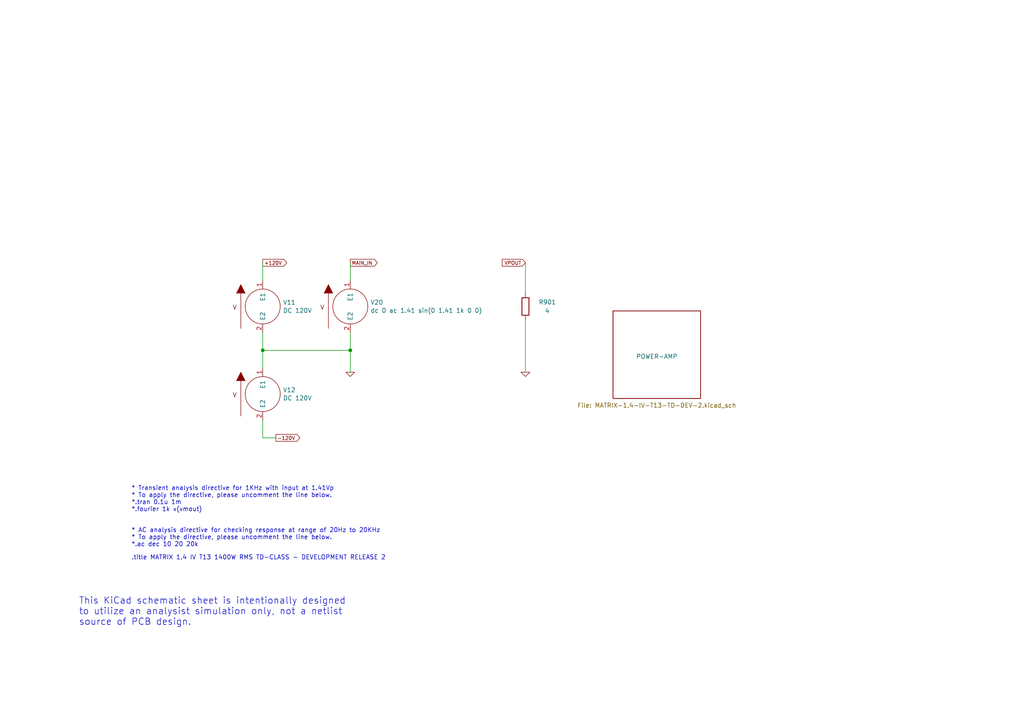
<source format=kicad_sch>
(kicad_sch (version 20211123) (generator eeschema)
  (paper "A4")
  (lib_symbols
    (symbol "Device:R" (pin_numbers hide) (pin_names (offset 0))
      (property "Reference" "R" (at 2.032 0 90))
      (property "Value" "R" (at 0 0 90))
      (symbol "R_0_1"
        (rectangle (start -1.016 -2.54) (end 1.016 2.54) (stroke (width 0.254)))
      )
      (symbol "R_1_1"
        (pin passive line (at 0 3.81 270) (length 1.27) (name "~") (number "1"))
        (pin passive line (at 0 -3.81 90) (length 1.27) (name "~") (number "2"))
      )
    )
    (symbol "pspice:0" (power) (pin_names (offset 0))
      (property "Value" "0" (at 0 -1.778 0))
      (symbol "0_0_1"
        (polyline (pts (xy -1.27 0) (xy 0 -1.27) (xy 1.27 0) (xy -1.27 0)))
      )
      (symbol "0_1_1"
        (pin power_in line (at 0 0 0) (length 0) hide (name "0") (number "1"))
      )
    )
    (symbol "pspice:VSOURCE" (pin_names (offset 1.016))
      (property "Reference" "V" (at -6.35 7.62 0))
      (property "Value" "VSOURCE" (at 0 0 0))
      (symbol "VSOURCE_0_1"
        (polyline (pts (xy -6.35 -6.35) (xy -6.35 3.81)) (fill (type outline)))
        (polyline (pts (xy -7.62 3.81) (xy -6.35 6.35) (xy -5.08 3.81)) (fill (type outline)))
        (circle (center 0 0) (radius 5.08))
        (text "V" (at -8.128 -0.254 0) (effects (font (size 1.27 1.27))))
      )
      (symbol "VSOURCE_1_1"
        (pin input line (at 0 7.62 270) (length 2.54) (name "E1") (number "1"))
        (pin input line (at 0 -7.62 90) (length 2.54) (name "E2") (number "2"))
      )
    )
  )
  (junction (at 76.2 101.6))
  (junction (at 101.6 101.6))
  (wire (pts (xy 152.4 76.2) (xy 152.4 85.09)))
  (wire (pts (xy 76.2 106.68) (xy 76.2 101.6)))
  (wire (pts (xy 101.6 101.6) (xy 101.6 107.95)))
  (wire (pts (xy 101.6 76.2) (xy 101.6 81.28)))
  (wire (pts (xy 101.6 96.52) (xy 101.6 101.6)))
  (wire (pts (xy 76.2 96.52) (xy 76.2 101.6)))
  (wire (pts (xy 76.2 101.6) (xy 101.6 101.6)))
  (wire (pts (xy 80.01 127) (xy 76.2 127)))
  (wire (pts (xy 76.2 127) (xy 76.2 121.92)))
  (wire (pts (xy 76.2 76.2) (xy 76.2 81.28)))
  (wire (pts (xy 152.4 92.71) (xy 152.4 107.95)))
  (text "This KiCad schematic sheet is intentionally designed\nto utilize an analysist simulation only, not a netlist\nsource of PCB design." (at 22.86 181.61 0) (effects (font (size 1.905 1.905)) (justify left bottom)))
  (text "* Transient analysis directive for 1KHz with input at 1.41Vp\n* To apply the directive, please uncomment the line below.\n*.tran 0.1u 1m\n*.fourier 1k v(vmout)" (at 38.1 148.59 0) (effects (font (size 1.27 1.27)) (justify left bottom)))
  (text ".title MATRIX 1.4 IV T13 1400W RMS TD-CLASS - DEVELOPMENT RELEASE 2" (at 38.1 162.56 0) (effects (font (size 1.27 1.27)) (justify left bottom)))
  (text "* AC analysis directive for checking response at range of 20Hz to 20KHz\n* To apply the directive, please uncomment the line below.\n*.ac dec 10 20 20k" (at 38.1 158.75 0) (effects (font (size 1.27 1.27)) (justify left bottom)))
  (global_label "VPOUT" (shape input) (at 152.4 76.2 180) (effects (font (size 1.016 1.016))) (property "Intersheet References" "${INTERSHEET_REFS}" (effects hide)))
  (global_label "MAIN_IN" (shape output) (at 101.6 76.2 0) (effects (font (size 1.016 1.016))) (property "Intersheet References" "${INTERSHEET_REFS}" (effects hide)))
  (global_label "+120V" (shape output) (at 76.2 76.2 0) (effects (font (size 1.016 1.016))) (property "Intersheet References" "${INTERSHEET_REFS}" (effects hide)))
  (global_label "-120V" (shape output) (at 80.01 127 0) (effects (font (size 1.016 1.016))) (property "Intersheet References" "${INTERSHEET_REFS}" (effects hide)))
  (symbol (lib_id "pspice:VSOURCE") (at 76.2 88.9 0) (unit 1)
    (property "Reference" "V11" (at 82.042 87.7062 0) (effects (justify left)))
    (property "Value" "DC 120V" (at 82.042 90.0684 0) (effects (justify left)))
  )
  (symbol (lib_id "pspice:VSOURCE") (at 76.2 114.3 0) (unit 1)
    (property "Reference" "V12" (at 82.042 113.1062 0) (effects (justify left)))
    (property "Value" "DC 120V" (at 82.042 115.4684 0) (effects (justify left)))
  )
  (symbol (lib_id "pspice:0") (at 101.6 107.95 0) (unit 1)
    (property "Reference" "#GND0105" (effects hide))
    (property "Value" "0" (effects hide))
  )
  (symbol (lib_id "pspice:VSOURCE") (at 101.6 88.9 0) (unit 1)
    (property "Reference" "V20" (at 107.442 87.7062 0) (effects (justify left)))
    (property "Value" "dc 0 ac 1.41 sin(0 1.41 1k 0 0)" (at 107.442 90.0684 0) (effects (justify left)))
  )
  (symbol (lib_id "Device:R") (at 152.4 88.9 0) (unit 1)
    (property "Reference" "R901" (at 158.75 87.63 0))
    (property "Value" "4" (at 158.75 90.17 0))
  )
  (symbol (lib_id "pspice:0") (at 152.4 107.95 0) (unit 1)
    (property "Reference" "#GND0107" (effects hide))
    (property "Value" "0" (effects hide))
  )
  (sheet (at 177.8 90.17) (size 25.4 25.4) (stroke (width 0.1524))
    (property "Sheet name" "POWER-AMP" (at 190.5 104.14 0) (effects (justify bottom)))
    (property "Sheet file" "MATRIX-1.4-IV-T13-TD-DEV-2.kicad_sch" (at 190.5 116.84 0) (effects (justify top)))
  )
)
</source>
